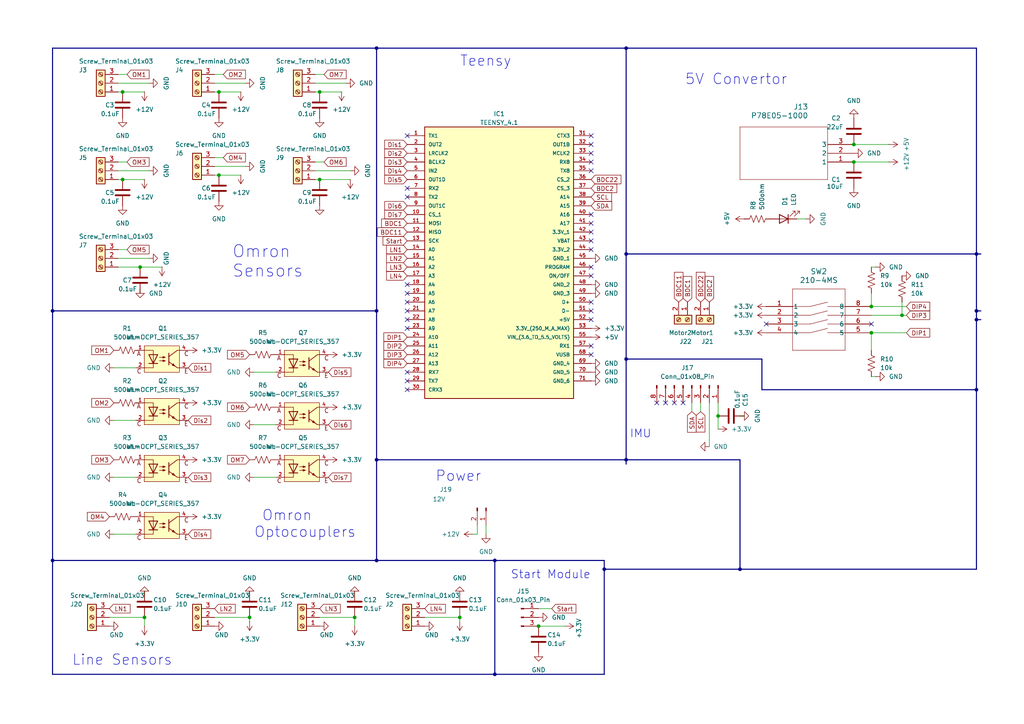
<source format=kicad_sch>
(kicad_sch (version 20231120) (generator "eeschema") (generator_version "8.0")
  (paper "A4")
  (junction (at 40.64 77.47))
  (junction (at 109.22 133.35))
  (junction (at 283.21 113.03))
  (junction (at 181.61 104.14))
  (junction (at 63.5 26.67))
  (junction (at 109.22 162.56))
  (junction (at 252.73 96.52))
  (junction (at 72.39 179.07))
  (junction (at 214.63 165.1))
  (junction (at 92.71 52.07))
  (junction (at 35.56 52.07))
  (junction (at 109.22 90.17))
  (junction (at 283.21 73.66))
  (junction (at 283.21 92.71))
  (junction (at 252.73 88.9))
  (junction (at 143.51 162.56))
  (junction (at 283.21 90.17))
  (junction (at 35.56 26.67))
  (junction (at 181.61 13.97))
  (junction (at 143.51 195.58))
  (junction (at 102.87 179.07))
  (junction (at 156.21 181.61))
  (junction (at 247.65 41.91))
  (junction (at 261.62 91.44))
  (junction (at 15.24 90.17))
  (junction (at 133.35 179.07))
  (junction (at 63.5 50.8))
  (junction (at 175.26 165.1))
  (junction (at 247.65 46.99))
  (junction (at 15.24 162.56))
  (junction (at 92.71 26.67))
  (junction (at 181.61 133.35))
  (junction (at 208.28 120.65))
  (junction (at 41.91 179.07))
  (junction (at 109.22 13.97))
  (junction (at 181.61 73.66))
  (no_connect (at 171.45 39.37))
  (no_connect (at 118.11 54.61))
  (no_connect (at 118.11 110.49))
  (no_connect (at 118.11 95.25))
  (no_connect (at 171.45 102.87))
  (no_connect (at 222.25 93.98))
  (no_connect (at 171.45 92.71))
  (no_connect (at 118.11 82.55))
  (no_connect (at 118.11 107.95))
  (no_connect (at 171.45 46.99))
  (no_connect (at 171.45 62.23))
  (no_connect (at 118.11 87.63))
  (no_connect (at 118.11 113.03))
  (no_connect (at 171.45 64.77))
  (no_connect (at 171.45 77.47))
  (no_connect (at 171.45 67.31))
  (no_connect (at 118.11 90.17))
  (no_connect (at 171.45 69.85))
  (no_connect (at 195.58 116.84))
  (no_connect (at 171.45 49.53))
  (no_connect (at 171.45 41.91))
  (no_connect (at 118.11 85.09))
  (no_connect (at 198.12 116.84))
  (no_connect (at 118.11 57.15))
  (no_connect (at 171.45 100.33))
  (no_connect (at 193.04 116.84))
  (no_connect (at 171.45 87.63))
  (no_connect (at 190.5 116.84))
  (no_connect (at 171.45 44.45))
  (no_connect (at 171.45 72.39))
  (no_connect (at 171.45 80.01))
  (no_connect (at 118.11 39.37))
  (no_connect (at 252.73 93.98))
  (no_connect (at 171.45 90.17))
  (no_connect (at 118.11 92.71))
  (bus (pts (xy 181.61 73.66) (xy 181.61 104.14)))
  (wire (pts (xy 40.64 101.6) (xy 39.37 101.6)))
  (bus (pts (xy 175.26 195.58) (xy 143.51 195.58)))
  (wire (pts (xy 41.91 172.72) (xy 41.91 171.45)))
  (bus (pts (xy 220.98 113.03) (xy 283.21 113.03)))
  (wire (pts (xy 41.91 26.67) (xy 35.56 26.67)))
  (bus (pts (xy 15.24 162.56) (xy 15.24 195.58)))
  (wire (pts (xy 43.18 74.93) (xy 34.29 74.93)))
  (wire (pts (xy 36.83 72.39) (xy 34.29 72.39)))
  (bus (pts (xy 109.22 13.97) (xy 181.61 13.97)))
  (wire (pts (xy 133.35 180.34) (xy 133.35 179.07)))
  (bus (pts (xy 283.21 92.71) (xy 283.21 113.03)))
  (wire (pts (xy 92.71 26.67) (xy 91.44 26.67)))
  (bus (pts (xy 109.22 90.17) (xy 109.22 133.35)))
  (bus (pts (xy 109.22 162.56) (xy 109.22 133.35)))
  (wire (pts (xy 39.37 121.92) (xy 33.02 121.92)))
  (bus (pts (xy 175.26 165.1) (xy 175.26 162.56)))
  (bus (pts (xy 181.61 13.97) (xy 283.21 13.97)))
  (wire (pts (xy 254 109.22) (xy 252.73 109.22)))
  (wire (pts (xy 208.28 116.84) (xy 208.28 120.65)))
  (wire (pts (xy 160.02 176.53) (xy 156.21 176.53)))
  (wire (pts (xy 252.73 96.52) (xy 262.89 96.52)))
  (wire (pts (xy 40.64 83.82) (xy 40.64 85.09)))
  (wire (pts (xy 257.81 46.99) (xy 247.65 46.99)))
  (wire (pts (xy 93.98 46.99) (xy 91.44 46.99)))
  (wire (pts (xy 138.43 152.4) (xy 138.43 154.94)))
  (wire (pts (xy 254 77.47) (xy 252.73 77.47)))
  (wire (pts (xy 43.18 49.53) (xy 34.29 49.53)))
  (wire (pts (xy 102.87 181.61) (xy 102.87 179.07)))
  (wire (pts (xy 252.73 91.44) (xy 261.62 91.44)))
  (wire (pts (xy 71.12 48.26) (xy 62.23 48.26)))
  (wire (pts (xy 133.35 179.07) (xy 123.19 179.07)))
  (bus (pts (xy 15.24 13.97) (xy 15.24 90.17)))
  (wire (pts (xy 233.68 63.5) (xy 231.14 63.5)))
  (wire (pts (xy 205.74 129.54) (xy 205.74 116.84)))
  (wire (pts (xy 41.91 52.07) (xy 35.56 52.07)))
  (bus (pts (xy 283.21 113.03) (xy 283.21 165.1)))
  (wire (pts (xy 261.62 87.63) (xy 261.62 91.44)))
  (bus (pts (xy 284.48 73.66) (xy 283.21 73.66)))
  (wire (pts (xy 40.64 77.47) (xy 46.99 77.47)))
  (wire (pts (xy 140.97 152.4) (xy 140.97 154.94)))
  (bus (pts (xy 15.24 90.17) (xy 109.22 90.17)))
  (bus (pts (xy 283.21 90.17) (xy 284.48 90.17)))
  (bus (pts (xy 109.22 13.97) (xy 109.22 90.17)))
  (wire (pts (xy 91.44 49.53) (xy 101.6 49.53)))
  (bus (pts (xy 15.24 195.58) (xy 143.51 195.58)))
  (bus (pts (xy 109.22 133.35) (xy 181.61 133.35)))
  (wire (pts (xy 39.37 154.94) (xy 33.02 154.94)))
  (bus (pts (xy 15.24 90.17) (xy 15.24 162.56)))
  (wire (pts (xy 203.2 119.38) (xy 203.2 116.84)))
  (wire (pts (xy 102.87 179.07) (xy 92.71 179.07)))
  (bus (pts (xy 181.61 133.35) (xy 181.61 134.62)))
  (wire (pts (xy 80.01 107.95) (xy 73.66 107.95)))
  (wire (pts (xy 43.18 24.13) (xy 34.29 24.13)))
  (wire (pts (xy 101.6 52.07) (xy 92.71 52.07)))
  (wire (pts (xy 99.06 26.67) (xy 92.71 26.67)))
  (wire (pts (xy 262.89 88.9) (xy 252.73 88.9)))
  (wire (pts (xy 36.83 46.99) (xy 34.29 46.99)))
  (bus (pts (xy 181.61 13.97) (xy 181.61 73.66)))
  (wire (pts (xy 35.56 26.67) (xy 34.29 26.67)))
  (wire (pts (xy 100.33 24.13) (xy 91.44 24.13)))
  (wire (pts (xy 40.64 133.35) (xy 39.37 133.35)))
  (wire (pts (xy 138.43 154.94) (xy 137.16 154.94)))
  (wire (pts (xy 252.73 85.09) (xy 252.73 88.9)))
  (bus (pts (xy 214.63 133.35) (xy 214.63 165.1)))
  (bus (pts (xy 109.22 162.56) (xy 143.51 162.56)))
  (wire (pts (xy 64.77 45.72) (xy 62.23 45.72)))
  (wire (pts (xy 200.66 119.38) (xy 200.66 116.84)))
  (wire (pts (xy 39.37 106.68) (xy 33.02 106.68)))
  (wire (pts (xy 41.91 181.61) (xy 41.91 179.07)))
  (wire (pts (xy 39.37 138.43) (xy 33.02 138.43)))
  (wire (pts (xy 72.39 172.72) (xy 72.39 171.45)))
  (bus (pts (xy 181.61 104.14) (xy 181.61 133.35)))
  (wire (pts (xy 63.5 50.8) (xy 62.23 50.8)))
  (wire (pts (xy 71.12 24.13) (xy 62.23 24.13)))
  (bus (pts (xy 15.24 13.97) (xy 109.22 13.97)))
  (bus (pts (xy 284.48 92.71) (xy 283.21 92.71)))
  (wire (pts (xy 214.63 120.65) (xy 215.9 120.65)))
  (wire (pts (xy 80.01 138.43) (xy 73.66 138.43)))
  (wire (pts (xy 262.89 91.44) (xy 261.62 91.44)))
  (bus (pts (xy 181.61 133.35) (xy 214.63 133.35)))
  (bus (pts (xy 15.24 162.56) (xy 109.22 162.56)))
  (wire (pts (xy 69.85 26.67) (xy 63.5 26.67)))
  (bus (pts (xy 143.51 162.56) (xy 175.26 162.56)))
  (wire (pts (xy 208.28 124.46) (xy 208.28 120.65)))
  (wire (pts (xy 34.29 77.47) (xy 40.64 77.47)))
  (bus (pts (xy 283.21 13.97) (xy 283.21 73.66)))
  (wire (pts (xy 133.35 172.72) (xy 133.35 171.45)))
  (bus (pts (xy 283.21 73.66) (xy 283.21 90.17)))
  (bus (pts (xy 143.51 195.58) (xy 143.51 162.56)))
  (bus (pts (xy 283.21 90.17) (xy 283.21 92.71)))
  (bus (pts (xy 175.26 165.1) (xy 175.26 195.58)))
  (wire (pts (xy 93.98 21.59) (xy 91.44 21.59)))
  (bus (pts (xy 220.98 104.14) (xy 220.98 113.03)))
  (wire (pts (xy 36.83 21.59) (xy 34.29 21.59)))
  (wire (pts (xy 80.01 123.19) (xy 73.66 123.19)))
  (bus (pts (xy 181.61 73.66) (xy 283.21 73.66)))
  (wire (pts (xy 72.39 179.07) (xy 62.23 179.07)))
  (wire (pts (xy 72.39 180.34) (xy 72.39 179.07)))
  (bus (pts (xy 175.26 165.1) (xy 214.63 165.1)))
  (wire (pts (xy 69.85 50.8) (xy 63.5 50.8)))
  (wire (pts (xy 63.5 26.67) (xy 62.23 26.67)))
  (wire (pts (xy 163.83 181.61) (xy 156.21 181.61)))
  (wire (pts (xy 92.71 52.07) (xy 91.44 52.07)))
  (wire (pts (xy 41.91 179.07) (xy 31.75 179.07)))
  (bus (pts (xy 181.61 104.14) (xy 220.98 104.14)))
  (wire (pts (xy 35.56 52.07) (xy 34.29 52.07)))
  (wire (pts (xy 40.64 116.84) (xy 39.37 116.84)))
  (wire (pts (xy 64.77 21.59) (xy 62.23 21.59)))
  (bus (pts (xy 214.63 165.1) (xy 283.21 165.1)))
  (wire (pts (xy 102.87 172.72) (xy 102.87 171.45)))
  (wire (pts (xy 252.73 101.6) (xy 252.73 96.52)))
  (wire (pts (xy 257.81 41.91) (xy 247.65 41.91)))
  (text "5V Convertor \n" (at 198.628 24.892 0) (effects (font (size 3.048 3.048)) (justify left bottom)))
  (text "Teensy\n" (at 133.35 19.558 0) (effects (font (size 3 3)) (justify left bottom)))
  (text "IMU\n" (at 182.626 127.254 0) (effects (font (size 2.3 2.3)) (justify left bottom)))
  (text "Omron \nSensors" (at 67.31 80.772 0) (effects (font (size 3.5 3.5)) (justify left bottom)))
  (text "Line Sensors " (at 20.828 193.294 0) (effects (font (size 3 3)) (justify left bottom)))
  (text " Omron \nOptocouplers" (at 73.66 156.21 0) (effects (font (size 3 3)) (justify left bottom)))
  (text "Start Module" (at 148.082 168.148 0) (effects (font (size 2.4 2.4)) (justify left bottom)))
  (text "Power\n" (at 126.238 139.954 0) (effects (font (size 3 3)) (justify left bottom)))
  (global_label "DIP4" (shape input) (at 118.11 105.41 180) (property "Intersheetrefs" "${INTERSHEET_REFS}" (effects (hide yes))))
  (global_label "LN3" (shape input) (at 118.11 77.47 180) (property "Intersheetrefs" "${INTERSHEET_REFS}" (effects (hide yes))))
  (global_label "BDC11" (shape input) (at 118.11 67.31 180) (property "Intersheetrefs" "${INTERSHEET_REFS}" (effects (hide yes))))
  (global_label "OM2" (shape input) (at 64.77 21.59 0) (property "Intersheetrefs" "${INTERSHEET_REFS}" (effects (hide yes))))
  (global_label "LN1" (shape input) (at 31.75 176.53 0) (property "Intersheetrefs" "${INTERSHEET_REFS}" (effects (hide yes))))
  (global_label "LN4" (shape input) (at 123.19 176.53 0) (property "Intersheetrefs" "${INTERSHEET_REFS}" (effects (hide yes))))
  (global_label "OM6" (shape input) (at 93.98 46.99 0) (property "Intersheetrefs" "${INTERSHEET_REFS}" (effects (hide yes))))
  (global_label "Start" (shape input) (at 160.02 176.53 0) (property "Intersheetrefs" "${INTERSHEET_REFS}" (effects (hide yes))))
  (global_label "DIP1" (shape input) (at 118.11 97.79 180) (property "Intersheetrefs" "${INTERSHEET_REFS}" (effects (hide yes))))
  (global_label "Dis7" (shape input) (at 118.11 62.23 180) (property "Intersheetrefs" "${INTERSHEET_REFS}" (effects (hide yes))))
  (global_label "Dis5" (shape input) (at 118.11 52.07 180) (property "Intersheetrefs" "${INTERSHEET_REFS}" (effects (hide yes))))
  (global_label "BDC1" (shape input) (at 199.39 87.63 90) (property "Intersheetrefs" "${INTERSHEET_REFS}" (effects (hide yes))))
  (global_label "Dis4" (shape input) (at 54.61 154.94 0) (property "Intersheetrefs" "${INTERSHEET_REFS}" (effects (hide yes))))
  (global_label "LN3" (shape input) (at 92.71 176.53 0) (property "Intersheetrefs" "${INTERSHEET_REFS}" (effects (hide yes))))
  (global_label "DIP3" (shape input) (at 118.11 102.87 180) (property "Intersheetrefs" "${INTERSHEET_REFS}" (effects (hide yes))))
  (global_label "LN1" (shape input) (at 118.11 72.39 180) (property "Intersheetrefs" "${INTERSHEET_REFS}" (effects (hide yes))))
  (global_label "BDC22" (shape input) (at 171.45 52.07 0) (property "Intersheetrefs" "${INTERSHEET_REFS}" (effects (hide yes))))
  (global_label "SCL" (shape input) (at 171.45 57.15 0) (property "Intersheetrefs" "${INTERSHEET_REFS}" (effects (hide yes))))
  (global_label "OM6" (shape input) (at 72.39 118.11 180) (property "Intersheetrefs" "${INTERSHEET_REFS}" (effects (hide yes))))
  (global_label "OM1" (shape input) (at 33.02 101.6 180) (property "Intersheetrefs" "${INTERSHEET_REFS}" (effects (hide yes))))
  (global_label "BDC22" (shape input) (at 203.2 87.63 90) (property "Intersheetrefs" "${INTERSHEET_REFS}" (effects (hide yes))))
  (global_label "Dis3" (shape input) (at 54.61 138.43 0) (property "Intersheetrefs" "${INTERSHEET_REFS}" (effects (hide yes))))
  (global_label "OM2" (shape input) (at 33.02 116.84 180) (property "Intersheetrefs" "${INTERSHEET_REFS}" (effects (hide yes))))
  (global_label "DIP2" (shape input) (at 118.11 100.33 180) (property "Intersheetrefs" "${INTERSHEET_REFS}" (effects (hide yes))))
  (global_label "BDC1" (shape input) (at 118.11 64.77 180) (property "Intersheetrefs" "${INTERSHEET_REFS}" (effects (hide yes))))
  (global_label "Dis7" (shape input) (at 95.25 138.43 0) (property "Intersheetrefs" "${INTERSHEET_REFS}" (effects (hide yes))))
  (global_label "OM7" (shape input) (at 93.98 21.59 0) (property "Intersheetrefs" "${INTERSHEET_REFS}" (effects (hide yes))))
  (global_label "DIP3" (shape input) (at 262.89 91.44 0) (property "Intersheetrefs" "${INTERSHEET_REFS}" (effects (hide yes))))
  (global_label "OM1" (shape input) (at 36.83 21.59 0) (property "Intersheetrefs" "${INTERSHEET_REFS}" (effects (hide yes))))
  (global_label "LN2" (shape input) (at 118.11 74.93 180) (property "Intersheetrefs" "${INTERSHEET_REFS}" (effects (hide yes))))
  (global_label "Dis1" (shape input) (at 118.11 41.91 180) (property "Intersheetrefs" "${INTERSHEET_REFS}" (effects (hide yes))))
  (global_label "DIP1" (shape input) (at 262.89 96.52 0) (property "Intersheetrefs" "${INTERSHEET_REFS}" (effects (hide yes))))
  (global_label "Dis2" (shape input) (at 118.11 44.45 180) (property "Intersheetrefs" "${INTERSHEET_REFS}" (effects (hide yes))))
  (global_label "BDC11" (shape input) (at 196.85 87.63 90) (property "Intersheetrefs" "${INTERSHEET_REFS}" (effects (hide yes))))
  (global_label "BDC2" (shape input) (at 171.45 54.61 0) (property "Intersheetrefs" "${INTERSHEET_REFS}" (effects (hide yes))))
  (global_label "LN4" (shape input) (at 118.11 80.01 180) (property "Intersheetrefs" "${INTERSHEET_REFS}" (effects (hide yes))))
  (global_label "Start" (shape input) (at 118.11 69.85 180) (property "Intersheetrefs" "${INTERSHEET_REFS}" (effects (hide yes))))
  (global_label "OM5" (shape input) (at 36.83 72.39 0) (property "Intersheetrefs" "${INTERSHEET_REFS}" (effects (hide yes))))
  (global_label "Dis6" (shape input) (at 95.25 123.19 0) (property "Intersheetrefs" "${INTERSHEET_REFS}" (effects (hide yes))))
  (global_label "SCL" (shape input) (at 203.2 119.38 270) (property "Intersheetrefs" "${INTERSHEET_REFS}" (effects (hide yes))))
  (global_label "SDA" (shape input) (at 171.45 59.69 0) (property "Intersheetrefs" "${INTERSHEET_REFS}" (effects (hide yes))))
  (global_label "OM3" (shape input) (at 36.83 46.99 0) (property "Intersheetrefs" "${INTERSHEET_REFS}" (effects (hide yes))))
  (global_label "BDC2" (shape input) (at 205.74 87.63 90) (property "Intersheetrefs" "${INTERSHEET_REFS}" (effects (hide yes))))
  (global_label "Dis3" (shape input) (at 118.11 46.99 180) (property "Intersheetrefs" "${INTERSHEET_REFS}" (effects (hide yes))))
  (global_label "OM4" (shape input) (at 31.75 149.86 180) (property "Intersheetrefs" "${INTERSHEET_REFS}" (effects (hide yes))))
  (global_label "Dis4" (shape input) (at 118.11 49.53 180) (property "Intersheetrefs" "${INTERSHEET_REFS}" (effects (hide yes))))
  (global_label "Dis6" (shape input) (at 118.11 59.69 180) (property "Intersheetrefs" "${INTERSHEET_REFS}" (effects (hide yes))))
  (global_label "SDA" (shape input) (at 200.66 119.38 270) (property "Intersheetrefs" "${INTERSHEET_REFS}" (effects (hide yes))))
  (global_label "OM4" (shape input) (at 64.77 45.72 0) (property "Intersheetrefs" "${INTERSHEET_REFS}" (effects (hide yes))))
  (global_label "LN2" (shape input) (at 62.23 176.53 0) (property "Intersheetrefs" "${INTERSHEET_REFS}" (effects (hide yes))))
  (global_label "Dis2" (shape input) (at 54.61 121.92 0) (property "Intersheetrefs" "${INTERSHEET_REFS}" (effects (hide yes))))
  (global_label "Dis5" (shape input) (at 95.25 107.95 0) (property "Intersheetrefs" "${INTERSHEET_REFS}" (effects (hide yes))))
  (global_label "OM7" (shape input) (at 72.39 133.35 180) (property "Intersheetrefs" "${INTERSHEET_REFS}" (effects (hide yes))))
  (global_label "OM5" (shape input) (at 72.39 102.87 180) (property "Intersheetrefs" "${INTERSHEET_REFS}" (effects (hide yes))))
  (global_label "DIP4" (shape input) (at 262.89 88.9 0) (property "Intersheetrefs" "${INTERSHEET_REFS}" (effects (hide yes))))
  (global_label "Dis1" (shape input) (at 54.61 106.68 0) (property "Intersheetrefs" "${INTERSHEET_REFS}" (effects (hide yes))))
  (global_label "OM3" (shape input) (at 33.02 133.35 180) (property "Intersheetrefs" "${INTERSHEET_REFS}" (effects (hide yes))))
  (symbol (lib_id "convertor:P78E05-1000") (at 247.65 46.99 180) (unit 1)
    (property "Reference" "J13" (at 234.442 30.988 0) (effects (font (size 1.524 1.524)) (justify left)))
    (property "Value" "P78E05-1000" (at 234.442 33.528 0) (effects (font (size 1.524 1.524)) (justify left)))
    (property "Footprint" "askibidi:5vregulator" (effects (hide yes)))
    (property "Datasheet" "P78E05-1000" (effects (hide yes)))
  )
  (symbol (lib_name "GND_4") (lib_id "power:GND") (at 254 109.22 90) (unit 1)
    (property "Reference" "#PWR085" (effects (hide yes)))
    (property "Value" "GND" (at 257.81 109.2199 90) (effects (justify right)))
    (property "Description" "Power symbol creates a global label with name \"GND\" , ground" (effects (hide yes)))
  )
  (symbol (lib_name "GND_5") (lib_id "power:GND") (at 261.62 80.01 90) (unit 1)
    (property "Reference" "#PWR086" (effects (hide yes)))
    (property "Value" "GND" (at 265.43 80.0099 90) (effects (justify right)))
    (property "Description" "Power symbol creates a global label with name \"GND\" , ground" (effects (hide yes)))
  )
  (symbol (lib_id "power:+12V") (at 257.81 46.99 270) (unit 1)
    (property "Reference" "#PWR077" (effects (hide yes)))
    (property "Value" "+12V" (at 262.89 46.99 0))
    (property "Description" "Power symbol creates a global label with name \"+12V\"" (effects (hide yes)))
  )
  (symbol (lib_id "power:+3.3V") (at 54.61 149.86 270) (unit 1)
    (property "Reference" "#PWR044" (effects (hide yes)))
    (property "Value" "+3.3V" (at 58.42 149.86 90) (effects (justify left)))
  )
  (symbol (lib_id "power:GND") (at 41.91 172.72 180) (unit 1)
    (property "Reference" "#PWR050" (effects (hide yes)))
    (property "Value" "GND" (at 41.91 167.64 0))
  )
  (symbol (lib_id "Device:C") (at 92.71 30.48 0) (unit 1)
    (property "Reference" "C8" (at 87.63 30.48 0) (effects (justify left)))
    (property "Value" "0.1uF" (at 86.36 33.02 0) (effects (justify left)))
    (property "Footprint" "Capacitor_SMD:C_0805_2012Metric" (effects (hide yes)))
  )
  (symbol (lib_id "Connector:Screw_Terminal_01x02") (at 205.74 92.71 270) (unit 1)
    (property "Reference" "J21" (at 207.01 99.06 90) (effects (justify right)))
    (property "Value" "Motor1" (at 207.01 96.52 90) (effects (justify right)))
    (property "Footprint" "askibidi:Screwterminal2" (effects (hide yes)))
  )
  (symbol (lib_id "Device:R_US") (at 36.83 101.6 90) (unit 1)
    (property "Reference" "R1" (at 36.83 95.25 90))
    (property "Value" "500ohm" (at 36.83 97.79 90))
    (property "Footprint" "Capacitor_SMD:C_1206_3216Metric" (effects (hide yes)))
  )
  (symbol (lib_id "Device:C") (at 72.39 175.26 0) (unit 1)
    (property "Reference" "C11" (at 74.93 173.99 0) (effects (justify left)))
    (property "Value" "0.1uF" (at 74.93 176.53 0) (effects (justify left)))
    (property "Footprint" "Capacitor_SMD:C_0805_2012Metric" (effects (hide yes)))
  )
  (symbol (lib_id "Device:C") (at 35.56 55.88 0) (unit 1)
    (property "Reference" "C5" (at 30.48 55.88 0) (effects (justify left)))
    (property "Value" "0.1uF" (at 29.21 58.42 0) (effects (justify left)))
    (property "Footprint" "Capacitor_SMD:C_0805_2012Metric" (effects (hide yes)))
  )
  (symbol (lib_id "power:+12V") (at 46.99 77.47 180) (unit 1)
    (property "Reference" "#PWR032" (effects (hide yes)))
    (property "Value" "+12V" (at 46.99 82.55 0))
    (property "Description" "Power symbol creates a global label with name \"+12V\"" (effects (hide yes)))
  )
  (symbol (lib_name "+3.3V_4") (lib_id "power:+3.3V") (at 102.87 181.61 180) (unit 1)
    (property "Reference" "#PWR045" (effects (hide yes)))
    (property "Value" "+3.3V" (at 102.87 186.69 0))
    (property "Description" "Power symbol creates a global label with name \"+3.3V\"" (effects (hide yes)))
  )
  (symbol (lib_id "power:GND") (at 63.5 58.42 0) (unit 1)
    (property "Reference" "#PWR019" (effects (hide yes)))
    (property "Value" "GND" (at 63.5 63.5 0))
  )
  (symbol (lib_id "Connector:Screw_Terminal_01x03") (at 57.15 48.26 180) (unit 1)
    (property "Reference" "J6" (at 50.8 44.45 0) (effects (justify right)))
    (property "Value" "Screw_Terminal_01x03" (at 50.8 41.91 0) (effects (justify right)))
    (property "Footprint" "askibidi:Screwterimanl3" (effects (hide yes)))
  )
  (symbol (lib_id "Optocouipler1]:WL-OCPT_SERIES_357") (at 46.99 152.4 0) (unit 1)
    (property "Reference" "Q4" (at 47.2282 143.51 0))
    (property "Value" "WL-OCPT_SERIES_357" (at 47.2282 146.05 0))
    (property "Footprint" "askibidi:optopt" (effects (hide yes)))
  )
  (symbol (lib_name "GND_4") (lib_id "power:GND") (at 254 77.47 90) (unit 1)
    (property "Reference" "#PWR084" (effects (hide yes)))
    (property "Value" "GND" (at 257.81 77.4699 90) (effects (justify right)))
    (property "Description" "Power symbol creates a global label with name \"GND\" , ground" (effects (hide yes)))
  )
  (symbol (lib_id "power:+12V") (at 137.16 154.94 90) (unit 1)
    (property "Reference" "#PWR01" (effects (hide yes)))
    (property "Value" "+12V" (at 133.35 154.9399 90) (effects (justify left)))
    (property "Description" "Power symbol creates a global label with name \"+12V\"" (effects (hide yes)))
  )
  (symbol (lib_id "Optocouipler1]:WL-OCPT_SERIES_357") (at 87.63 120.65 0) (unit 1)
    (property "Reference" "Q6" (at 87.8682 111.76 0))
    (property "Value" "WL-OCPT_SERIES_357" (at 87.8682 114.3 0))
    (property "Footprint" "askibidi:optopt" (effects (hide yes)))
  )
  (symbol (lib_id "power:GND") (at 92.71 59.69 0) (unit 1)
    (property "Reference" "#PWR028" (effects (hide yes)))
    (property "Value" "GND" (effects (hide yes)))
  )
  (symbol (lib_id "Connector:Conn_01x03_Pin") (at 151.13 179.07 0) (unit 1)
    (property "Reference" "J15" (at 151.765 171.45 0))
    (property "Value" "Conn_01x03_Pin" (at 151.765 173.99 0))
    (property "Footprint" "Connector_PinHeader_2.54mm:PinHeader_1x03_P2.54mm_Vertical" (effects (hide yes)))
  )
  (symbol (lib_id "power:+12V") (at 69.85 50.8 180) (unit 1)
    (property "Reference" "#PWR017" (effects (hide yes)))
    (property "Value" "+12V" (at 69.85 55.88 0))
    (property "Description" "Power symbol creates a global label with name \"+12V\"" (effects (hide yes)))
  )
  (symbol (lib_id "power:GND") (at 205.74 129.54 270) (unit 1)
    (property "Reference" "#PWR071" (effects (hide yes)))
    (property "Value" "GND" (at 207.01 129.5399 90) (effects (justify left)))
  )
  (symbol (lib_id "power:GND") (at 35.56 34.29 0) (unit 1)
    (property "Reference" "#PWR012" (effects (hide yes)))
    (property "Value" "GND" (at 35.56 39.37 0))
  )
  (symbol (lib_id "power:GND") (at 43.18 24.13 90) (unit 1)
    (property "Reference" "#PWR011" (effects (hide yes)))
    (property "Value" "GND" (at 48.26 24.13 0))
  )
  (symbol (lib_id "Connector:Screw_Terminal_01x02") (at 199.39 92.71 270) (unit 1)
    (property "Reference" "J22" (at 200.66 99.06 90) (effects (justify right)))
    (property "Value" "Motor2" (at 200.66 96.52 90) (effects (justify right)))
    (property "Footprint" "askibidi:Screwterminal2" (effects (hide yes)))
  )
  (symbol (lib_id "Device:C") (at 133.35 175.26 0) (unit 1)
    (property "Reference" "C13" (at 135.89 173.99 0) (effects (justify left)))
    (property "Value" "0.1uF" (at 135.89 176.53 0) (effects (justify left)))
    (property "Footprint" "Capacitor_SMD:C_0805_2012Metric" (effects (hide yes)))
  )
  (symbol (lib_id "power:GND") (at 102.87 172.72 180) (unit 1)
    (property "Reference" "#PWR055" (effects (hide yes)))
    (property "Value" "GND" (at 102.87 167.64 0))
  )
  (symbol (lib_id "power:GND") (at 33.02 154.94 270) (unit 1)
    (property "Reference" "#PWR043" (effects (hide yes)))
    (property "Value" "GND" (at 29.21 154.94 90) (effects (justify right)))
  )
  (symbol (lib_id "power:+12V") (at 41.91 26.67 180) (unit 1)
    (property "Reference" "#PWR09" (effects (hide yes)))
    (property "Value" "+12V" (at 41.91 31.75 0))
    (property "Description" "Power symbol creates a global label with name \"+12V\"" (effects (hide yes)))
  )
  (symbol (lib_id "power:GND") (at 35.56 59.69 0) (unit 1)
    (property "Reference" "#PWR016" (effects (hide yes)))
    (property "Value" "GND" (at 35.56 64.77 0))
  )
  (symbol (lib_id "power:+3.3V") (at 95.25 118.11 270) (unit 1)
    (property "Reference" "#PWR038" (effects (hide yes)))
    (property "Value" "+3.3V" (at 99.06 118.11 90) (effects (justify left)))
  )
  (symbol (lib_id "power:GND") (at 63.5 34.29 0) (unit 1)
    (property "Reference" "#PWR013" (effects (hide yes)))
    (property "Value" "GND" (at 63.5 39.37 0))
  )
  (symbol (lib_id "power:+5V") (at 215.9 63.5 90) (unit 1)
    (property "Reference" "#PWR06" (effects (hide yes)))
    (property "Value" "+5V" (at 210.82 63.5 0))
    (property "Description" "Power symbol creates a global label with name \"+5V\"" (effects (hide yes)))
  )
  (symbol (lib_id "power:GND") (at 73.66 107.95 270) (unit 1)
    (property "Reference" "#PWR035" (effects (hide yes)))
    (property "Value" "GND" (at 69.85 107.95 90) (effects (justify right)))
  )
  (symbol (lib_id "Device:R_US") (at 36.83 133.35 90) (unit 1)
    (property "Reference" "R3" (at 36.83 127 90))
    (property "Value" "500ohm" (at 36.83 129.54 90))
    (property "Footprint" "Capacitor_SMD:C_1206_3216Metric" (effects (hide yes)))
  )
  (symbol (lib_name "GND_3") (lib_id "power:GND") (at 247.65 44.45 90) (unit 1)
    (property "Reference" "#PWR075" (effects (hide yes)))
    (property "Value" "GND" (at 251.46 44.4501 90) (effects (justify right)))
    (property "Description" "Power symbol creates a global label with name \"GND\" , ground" (effects (hide yes)))
  )
  (symbol (lib_id "Device:C") (at 63.5 30.48 0) (unit 1)
    (property "Reference" "C4" (at 58.42 30.48 0) (effects (justify left)))
    (property "Value" "0.1uF" (at 57.15 33.02 0) (effects (justify left)))
    (property "Footprint" "Capacitor_SMD:C_0805_2012Metric" (effects (hide yes)))
  )
  (symbol (lib_id "power:+5V") (at 171.45 97.79 270) (unit 1)
    (property "Reference" "#PWR090" (effects (hide yes)))
    (property "Value" "+5V" (at 175.26 97.7899 90) (effects (justify left)))
    (property "Description" "Power symbol creates a global label with name \"+5V\"" (effects (hide yes)))
  )
  (symbol (lib_name "+3.3V_2") (lib_id "power:+3.3V") (at 222.25 96.52 90) (unit 1)
    (property "Reference" "#PWR083" (effects (hide yes)))
    (property "Value" "+3.3V" (at 218.44 96.5199 90) (effects (justify left)))
    (property "Description" "Power symbol creates a global label with name \"+3.3V\"" (effects (hide yes)))
  )
  (symbol (lib_name "+3.3V_3") (lib_id "power:+3.3V") (at 171.45 95.25 270) (unit 1)
    (property "Reference" "#PWR089" (effects (hide yes)))
    (property "Value" "+3.3V" (at 175.26 95.2499 90) (effects (justify left)))
    (property "Description" "Power symbol creates a global label with name \"+3.3V\"" (effects (hide yes)))
  )
  (symbol (lib_id "power:+12V") (at 69.85 26.67 180) (unit 1)
    (property "Reference" "#PWR020" (effects (hide yes)))
    (property "Value" "+12V" (at 69.85 31.75 0))
    (property "Description" "Power symbol creates a global label with name \"+12V\"" (effects (hide yes)))
  )
  (symbol (lib_id "power:GND") (at 133.35 172.72 180) (unit 1)
    (property "Reference" "#PWR058" (effects (hide yes)))
    (property "Value" "GND" (at 133.35 167.64 0))
  )
  (symbol (lib_name "+3.3V_2") (lib_id "power:+3.3V") (at 222.25 91.44 90) (unit 1)
    (property "Reference" "#PWR079" (effects (hide yes)))
    (property "Value" "+3.3V" (at 218.44 91.4399 90) (effects (justify left)))
    (property "Description" "Power symbol creates a global label with name \"+3.3V\"" (effects (hide yes)))
  )
  (symbol (lib_id "power:GND") (at 33.02 121.92 270) (unit 1)
    (property "Reference" "#PWR033" (effects (hide yes)))
    (property "Value" "GND" (at 29.21 121.92 90) (effects (justify right)))
  )
  (symbol (lib_id "power:+12V") (at 101.6 52.07 180) (unit 1)
    (property "Reference" "#PWR027" (effects (hide yes)))
    (property "Value" "+12V" (at 101.6 57.15 0))
    (property "Description" "Power symbol creates a global label with name \"+12V\"" (effects (hide yes)))
  )
  (symbol (lib_id "power:GND") (at 40.64 83.82 0) (unit 1)
    (property "Reference" "#PWR022" (effects (hide yes)))
    (property "Value" "GND" (at 43.18 85.09 0) (effects (justify left)))
  )
  (symbol (lib_id "Device:C") (at 247.65 38.1 180) (unit 1)
    (property "Reference" "C2" (at 243.84 34.29 0) (effects (justify left)))
    (property "Value" "22uF" (at 244.602 36.83 0) (effects (justify left)))
    (property "Footprint" "askibidi:Ecap" (effects (hide yes)))
    (property "Description" "Unpolarized capacitor" (effects (hide yes)))
  )
  (symbol (lib_id "Connector:Screw_Terminal_01x03") (at 57.15 179.07 180) (unit 1)
    (property "Reference" "J10" (at 50.8 175.26 0) (effects (justify right)))
    (property "Value" "Screw_Terminal_01x03" (at 50.8 172.72 0) (effects (justify right)))
    (property "Footprint" "askibidi:Screwterimanl3" (effects (hide yes)))
  )
  (symbol (lib_id "power:GND") (at 72.39 172.72 180) (unit 1)
    (property "Reference" "#PWR052" (effects (hide yes)))
    (property "Value" "GND" (at 72.39 167.64 0))
  )
  (symbol (lib_id "Connector:Screw_Terminal_01x03") (at 57.15 24.13 180) (unit 1)
    (property "Reference" "J4" (at 50.8 20.32 0) (effects (justify right)))
    (property "Value" "Screw_Terminal_01x03" (at 50.8 17.78 0) (effects (justify right)))
    (property "Footprint" "askibidi:Screwterimanl3" (effects (hide yes)))
  )
  (symbol (lib_id "power:GND") (at 156.21 189.23 0) (unit 1)
    (property "Reference" "#PWR062" (effects (hide yes)))
    (property "Value" "GND" (at 156.21 194.31 0))
  )
  (symbol (lib_id "power:GND") (at 71.12 48.26 90) (unit 1)
    (property "Reference" "#PWR021" (effects (hide yes)))
    (property "Value" "GND" (at 76.2 48.26 0))
  )
  (symbol (lib_name "GND_1") (lib_id "power:GND") (at 233.68 63.5 90) (unit 1)
    (property "Reference" "#PWR068" (effects (hide yes)))
    (property "Value" "GND" (at 238.76 63.5 0))
    (property "Description" "Power symbol creates a global label with name \"GND\" , ground" (effects (hide yes)))
  )
  (symbol (lib_id "power:GND") (at 156.21 179.07 90) (unit 1)
    (property "Reference" "#PWR010" (effects (hide yes)))
    (property "Value" "GND" (at 160.02 179.07 90) (effects (justify right)))
  )
  (symbol (lib_name "GND_3") (lib_id "power:GND") (at 171.45 107.95 90) (unit 1)
    (property "Reference" "#PWR053" (effects (hide yes)))
    (property "Value" "GND" (at 175.26 107.9499 90) (effects (justify right)))
    (property "Description" "Power symbol creates a global label with name \"GND\" , ground" (effects (hide yes)))
  )
  (symbol (lib_name "GND_3") (lib_id "power:GND") (at 171.45 85.09 90) (unit 1)
    (property "Reference" "#PWR04" (effects (hide yes)))
    (property "Value" "GND" (at 175.26 85.0899 90) (effects (justify right)))
    (property "Description" "Power symbol creates a global label with name \"GND\" , ground" (effects (hide yes)))
  )
  (symbol (lib_name "GND_3") (lib_id "power:GND") (at 171.45 110.49 90) (unit 1)
    (property "Reference" "#PWR056" (effects (hide yes)))
    (property "Value" "GND" (at 175.26 110.4899 90) (effects (justify right)))
    (property "Description" "Power symbol creates a global label with name \"GND\" , ground" (effects (hide yes)))
  )
  (symbol (lib_id "power:+3.3V") (at 163.83 181.61 270) (unit 1)
    (property "Reference" "#PWR08" (effects (hide yes)))
    (property "Value" "+3.3V" (at 167.894 179.324 0) (effects (justify left)))
  )
  (symbol (lib_id "power:GND") (at 43.18 74.93 90) (unit 1)
    (property "Reference" "#PWR026" (effects (hide yes)))
    (property "Value" "GND" (at 48.26 74.93 0))
  )
  (symbol (lib_id "Connector:Conn_01x08_Pin") (at 200.66 111.76 270) (unit 1)
    (property "Reference" "J17" (at 199.39 106.68 90))
    (property "Value" "Conn_01x08_Pin" (at 199.39 109.22 90))
    (property "Footprint" "Connector_PinHeader_2.54mm:PinHeader_1x08_P2.54mm_Vertical" (effects (hide yes)))
  )
  (symbol (lib_id "Device:R_US") (at 35.56 149.86 90) (unit 1)
    (property "Reference" "R4" (at 35.56 143.51 90))
    (property "Value" "500ohm" (at 35.56 146.05 90))
    (property "Footprint" "Capacitor_SMD:C_1206_3216Metric" (effects (hide yes)))
  )
  (symbol (lib_name "GND_3") (lib_id "power:GND") (at 171.45 74.93 90) (unit 1)
    (property "Reference" "#PWR02" (effects (hide yes)))
    (property "Value" "GND" (at 175.26 74.9299 90) (effects (justify right)))
    (property "Description" "Power symbol creates a global label with name \"GND\" , ground" (effects (hide yes)))
  )
  (symbol (lib_id "Device:C") (at 63.5 54.61 0) (unit 1)
    (property "Reference" "C6" (at 58.42 54.61 0) (effects (justify left)))
    (property "Value" "0.1uF" (at 57.15 57.15 0) (effects (justify left)))
    (property "Footprint" "Capacitor_SMD:C_0805_2012Metric" (effects (hide yes)))
  )
  (symbol (lib_id "Optocouipler1]:WL-OCPT_SERIES_357") (at 46.99 135.89 0) (unit 1)
    (property "Reference" "Q3" (at 47.2282 127 0))
    (property "Value" "WL-OCPT_SERIES_357" (at 47.2282 129.54 0))
    (property "Footprint" "askibidi:optopt" (effects (hide yes)))
  )
  (symbol (lib_id "Connector:Screw_Terminal_01x03") (at 29.21 74.93 180) (unit 1)
    (property "Reference" "J7" (at 22.86 71.12 0) (effects (justify right)))
    (property "Value" "Screw_Terminal_01x03" (at 22.86 68.58 0) (effects (justify right)))
    (property "Footprint" "askibidi:Screwterimanl3" (effects (hide yes)))
  )
  (symbol (lib_id "Device:C") (at 156.21 185.42 0) (unit 1)
    (property "Reference" "C14" (at 158.75 184.15 0) (effects (justify left)))
    (property "Value" "0.1uF" (at 158.75 186.69 0) (effects (justify left)))
    (property "Footprint" "Capacitor_SMD:C_0805_2012Metric" (effects (hide yes)))
  )
  (symbol (lib_id "power:GND") (at 43.18 49.53 90) (unit 1)
    (property "Reference" "#PWR018" (effects (hide yes)))
    (property "Value" "GND" (at 48.26 49.53 0))
  )
  (symbol (lib_id "dipswitch:210-4MS") (at 222.25 88.9 0) (unit 1)
    (property "Reference" "SW2" (at 237.49 78.74 0) (effects (font (size 1.524 1.524))))
    (property "Value" "210-4MS" (at 237.49 81.28 0) (effects (font (size 1.524 1.524))))
    (property "Footprint" "askibidi:Dipshit" (effects (hide yes)))
    (property "Datasheet" "210-4MS" (effects (hide yes)))
  )
  (symbol (lib_id "Optocouipler1]:WL-OCPT_SERIES_357") (at 46.99 119.38 0) (unit 1)
    (property "Reference" "Q2" (at 47.2282 110.49 0))
    (property "Value" "WL-OCPT_SERIES_357" (at 47.2282 113.03 0))
    (property "Footprint" "askibidi:optopt" (effects (hide yes)))
  )
  (symbol (lib_id "Device:R_US") (at 252.73 81.28 0) (unit 1)
    (property "Reference" "R9" (at 255.27 80.0099 0) (effects (justify left)))
    (property "Value" "10k" (at 255.27 82.5499 0) (effects (justify left)))
    (property "Footprint" "Capacitor_SMD:C_1206_3216Metric" (effects (hide yes)))
    (property "Description" "Resistor, US symbol" (effects (hide yes)))
  )
  (symbol (lib_id "TEENSY_4.1[1]:TEENSY_4.1") (at 118.11 39.37 0) (unit 1)
    (property "Reference" "IC1" (at 144.78 33.02 0))
    (property "Value" "TEENSY_4.1" (at 144.78 35.56 0))
    (property "Footprint" "askibidi:AnotherTeensy" (effects (hide yes)))
    (property "Manufacturer_Name" "PJRC" (effects (hide yes)))
    (property "MF" "PJRC" (effects (hide yes)))
    (property "Description_1" "\n" (effects (hide yes)))
    (property "Price" "None" (effects (hide yes)))
    (property "Package" "None" (effects (hide yes)))
    (property "Check_prices" "https://www.snapeda.com/parts/Teensy%204.1/PJRC/view-part/?ref=eda" (effects (hide yes)))
    (property "Height" "mm" (effects (hide yes)))
    (property "MP" "Teensy 4.1" (effects (hide yes)))
    (property "SnapEDA_Link" "https://www.snapeda.com/parts/Teensy%204.1/PJRC/view-part/?ref=snap" (effects (hide yes)))
    (property "Availability" "Not in stock" (effects (hide yes)))
    (property "Manufacturer_Part_Number" "TEENSY 4.1" (effects (hide yes)))
  )
  (symbol (lib_id "Connector:Conn_01x02_Pin") (at 140.97 147.32 270) (unit 1)
    (property "Reference" "J19" (at 127.508 141.986 90) (effects (justify left)))
    (property "Value" "12V" (at 125.476 144.78 90) (effects (justify left)))
    (property "Footprint" "Connector_AMASS:AMASS_XT30U-F_1x02_P5.0mm_Vertical" (effects (hide yes)))
    (property "Description" "Generic connector, single row, 01x02, script generated" (effects (hide yes)))
  )
  (symbol (lib_id "power:GND") (at 100.33 24.13 90) (unit 1)
    (property "Reference" "#PWR025" (effects (hide yes)))
    (property "Value" "GND" (at 104.14 24.13 90) (effects (justify right)))
  )
  (symbol (lib_name "GND_3") (lib_id "power:GND") (at 247.65 34.29 180) (unit 1)
    (property "Reference" "#PWR05" (effects (hide yes)))
    (property "Value" "GND" (at 247.65 29.21 0))
    (property "Description" "Power symbol creates a global label with name \"GND\" , ground" (effects (hide yes)))
  )
  (symbol (lib_id "power:+12V") (at 99.06 26.67 180) (unit 1)
    (property "Reference" "#PWR024" (effects (hide yes)))
    (property "Value" "+12V" (at 99.06 31.75 0))
    (property "Description" "Power symbol creates a global label with name \"+12V\"" (effects (hide yes)))
  )
  (symbol (lib_name "+3.3V_4") (lib_id "power:+3.3V") (at 41.91 181.61 180) (unit 1)
    (property "Reference" "#PWR048" (effects (hide yes)))
    (property "Value" "+3.3V" (at 41.91 186.69 0))
    (property "Description" "Power symbol creates a global label with name \"+3.3V\"" (effects (hide yes)))
  )
  (symbol (lib_id "power:GND") (at 73.66 123.19 270) (unit 1)
    (property "Reference" "#PWR037" (effects (hide yes)))
    (property "Value" "GND" (at 69.85 123.19 90) (effects (justify right)))
  )
  (symbol (lib_id "Device:C") (at 40.64 81.28 0) (unit 1)
    (property "Reference" "C7" (at 35.56 81.28 0) (effects (justify left)))
    (property "Value" "0.1uF" (at 34.29 83.82 0) (effects (justify left)))
    (property "Footprint" "Capacitor_SMD:C_0805_2012Metric" (effects (hide yes)))
  )
  (symbol (lib_id "Device:C") (at 212.09 120.65 270) (unit 1)
    (property "Reference" "C15" (at 216.154 114.046 0) (effects (justify left)))
    (property "Value" "0.1uF" (at 213.868 113.03 0) (effects (justify left)))
    (property "Footprint" "Capacitor_SMD:C_0805_2012Metric" (effects (hide yes)))
  )
  (symbol (lib_id "Device:LED") (at 227.33 63.5 180) (unit 1)
    (property "Reference" "D1" (at 227.6474 59.69 90) (effects (justify right)))
    (property "Value" "LED" (at 230.1874 59.69 90) (effects (justify right)))
    (property "Footprint" "askibidi:LED" (effects (hide yes)))
    (property "Description" "Light emitting diode" (effects (hide yes)))
  )
  (symbol (lib_id "Device:C") (at 247.65 50.8 180) (unit 1)
    (property "Reference" "C1" (at 243.84 52.0701 0) (effects (justify left)))
    (property "Value" "10uF" (at 244.602 54.102 0) (effects (justify left)))
    (property "Footprint" "askibidi:10uF" (effects (hide yes)))
    (property "Description" "Unpolarized capacitor" (effects (hide yes)))
  )
  (symbol (lib_name "+3.3V_4") (lib_id "power:+3.3V") (at 133.35 180.34 180) (unit 1)
    (property "Reference" "#PWR046" (effects (hide yes)))
    (property "Value" "+3.3V" (at 133.35 185.42 0))
    (property "Description" "Power symbol creates a global label with name \"+3.3V\"" (effects (hide yes)))
  )
  (symbol (lib_id "Connector:Screw_Terminal_01x03") (at 29.21 49.53 180) (unit 1)
    (property "Reference" "J5" (at 22.86 45.72 0) (effects (justify right)))
    (property "Value" "Screw_Terminal_01x03" (at 22.86 43.18 0) (effects (justify right)))
    (property "Footprint" "askibidi:Screwterimanl3" (effects (hide yes)))
  )
  (symbol (lib_id "power:GND") (at 92.71 34.29 0) (unit 1)
    (property "Reference" "#PWR023" (effects (hide yes)))
    (property "Value" "GND" (at 92.71 39.37 0))
  )
  (symbol (lib_id "Connector:Screw_Terminal_01x03") (at 29.21 24.13 180) (unit 1)
    (property "Reference" "J3" (at 22.86 20.32 0) (effects (justify right)))
    (property "Value" "Screw_Terminal_01x03" (at 22.86 17.78 0) (effects (justify right)))
    (property "Footprint" "askibidi:Screwterimanl3" (effects (hide yes)))
  )
  (symbol (lib_id "power:GND") (at 73.66 138.43 270) (unit 1)
    (property "Reference" "#PWR041" (effects (hide yes)))
    (property "Value" "GND" (at 69.85 138.43 90) (effects (justify right)))
  )
  (symbol (lib_id "Connector:Screw_Terminal_01x03") (at 87.63 179.07 180) (unit 1)
    (property "Reference" "J12" (at 81.28 175.26 0) (effects (justify right)))
    (property "Value" "Screw_Terminal_01x03" (at 81.28 172.72 0) (effects (justify right)))
    (property "Footprint" "askibidi:Screwterimanl3" (effects (hide yes)))
  )
  (symbol (lib_id "power:GND") (at 33.02 106.68 270) (unit 1)
    (property "Reference" "#PWR031" (effects (hide yes)))
    (property "Value" "GND" (at 29.21 106.68 90) (effects (justify right)))
  )
  (symbol (lib_id "Optocouipler1]:WL-OCPT_SERIES_357") (at 87.63 135.89 0) (unit 1)
    (property "Reference" "Q5" (at 87.8682 127 0))
    (property "Value" "WL-OCPT_SERIES_357" (at 87.8682 129.54 0))
    (property "Footprint" "askibidi:optopt" (effects (hide yes)))
  )
  (symbol (lib_id "Connector:Screw_Terminal_01x03") (at 86.36 24.13 180) (unit 1)
    (property "Reference" "J8" (at 80.01 20.32 0) (effects (justify right)))
    (property "Value" "Screw_Terminal_01x03" (at 80.01 17.78 0) (effects (justify right)))
    (property "Footprint" "askibidi:Screwterimanl3" (effects (hide yes)))
  )
  (symbol (lib_id "Device:R_US") (at 36.83 116.84 90) (unit 1)
    (property "Reference" "R2" (at 36.83 110.49 90))
    (property "Value" "500ohm" (at 36.83 113.03 90))
    (property "Footprint" "Capacitor_SMD:C_1206_3216Metric" (effects (hide yes)))
  )
  (symbol (lib_id "power:GND") (at 92.71 181.61 90) (unit 1)
    (property "Reference" "#PWR054" (effects (hide yes)))
    (property "Value" "GND" (at 92.71 184.15 90) (effects (justify right)))
  )
  (symbol (lib_id "Device:R_US") (at 76.2 133.35 90) (unit 1)
    (property "Reference" "R7" (at 76.2 127 90))
    (property "Value" "500ohm" (at 76.2 129.54 90))
    (property "Footprint" "Capacitor_SMD:C_1206_3216Metric" (effects (hide yes)))
  )
  (symbol (lib_id "Device:R_US") (at 252.73 105.41 0) (unit 1)
    (property "Reference" "R10" (at 255.27 104.1399 0) (effects (justify left)))
    (property "Value" "10k" (at 255.27 106.6799 0) (effects (justify left)))
    (property "Footprint" "Capacitor_SMD:C_1206_3216Metric" (effects (hide yes)))
    (property "Description" "Resistor, US symbol" (effects (hide yes)))
  )
  (symbol (lib_id "Device:C") (at 102.87 175.26 0) (unit 1)
    (property "Reference" "C12" (at 105.41 173.99 0) (effects (justify left)))
    (property "Value" "0.1uF" (at 105.41 176.53 0) (effects (justify left)))
    (property "Footprint" "Capacitor_SMD:C_0805_2012Metric" (effects (hide yes)))
  )
  (symbol (lib_id "power:+12V") (at 41.91 52.07 180) (unit 1)
    (property "Reference" "#PWR014" (effects (hide yes)))
    (property "Value" "+12V" (at 41.91 57.15 0))
    (property "Description" "Power symbol creates a global label with name \"+12V\"" (effects (hide yes)))
  )
  (symbol (lib_id "Device:C") (at 92.71 55.88 0) (unit 1)
    (property "Reference" "C9" (at 87.63 55.88 0) (effects (justify left)))
    (property "Value" "0.1uF" (at 86.36 58.42 0) (effects (justify left)))
    (property "Footprint" "Capacitor_SMD:C_0805_2012Metric" (effects (hide yes)))
  )
  (symbol (lib_id "Connector:Screw_Terminal_01x03") (at 118.11 179.07 180) (unit 1)
    (property "Reference" "J2" (at 111.76 175.26 0) (effects (justify right)))
    (property "Value" "Screw_Terminal_01x03" (at 111.76 172.72 0) (effects (justify right)))
    (property "Footprint" "askibidi:Screwterimanl3" (effects (hide yes)))
  )
  (symbol (lib_id "power:+3.3V") (at 95.25 102.87 270) (unit 1)
    (property "Reference" "#PWR036" (effects (hide yes)))
    (property "Value" "+3.3V" (at 99.06 102.87 90) (effects (justify left)))
  )
  (symbol (lib_name "+3.3V_2") (lib_id "power:+3.3V") (at 222.25 88.9 90) (unit 1)
    (property "Reference" "#PWR078" (effects (hide yes)))
    (property "Value" "+3.3V" (at 218.44 88.8999 90) (effects (justify left)))
    (property "Description" "Power symbol creates a global label with name \"+3.3V\"" (effects (hide yes)))
  )
  (symbol (lib_id "Device:C") (at 41.91 175.26 0) (unit 1)
    (property "Reference" "C10" (at 44.45 173.99 0) (effects (justify left)))
    (property "Value" "0.1uF" (at 44.45 176.53 0) (effects (justify left)))
    (property "Footprint" "Capacitor_SMD:C_0805_2012Metric" (effects (hide yes)))
  )
  (symbol (lib_id "power:GND") (at 214.63 120.65 90) (unit 1)
    (property "Reference" "#PWR060" (effects (hide yes)))
    (property "Value" "GND" (at 219.71 120.65 0))
  )
  (symbol (lib_id "power:GND") (at 62.23 181.61 90) (unit 1)
    (property "Reference" "#PWR051" (effects (hide yes)))
    (property "Value" "GND" (at 62.23 184.15 90) (effects (justify right)))
  )
  (symbol (lib_name "GND_3") (lib_id "power:GND") (at 247.65 54.61 0) (unit 1)
    (property "Reference" "#PWR074" (effects (hide yes)))
    (property "Value" "GND" (at 247.65 59.69 0))
    (property "Description" "Power symbol creates a global label with name \"GND\" , ground" (effects (hide yes)))
  )
  (symbol (lib_id "Device:R_US") (at 261.62 83.82 180) (unit 1)
    (property "Reference" "R11" (at 264.16 82.5499 0) (effects (justify right)))
    (property "Value" "10k" (at 264.16 85.0899 0) (effects (justify right)))
    (property "Footprint" "Capacitor_SMD:C_1206_3216Metric" (effects (hide yes)))
    (property "Description" "Resistor, US symbol" (effects (hide yes)))
  )
  (symbol (lib_id "power:+3.3V") (at 54.61 133.35 270) (unit 1)
    (property "Reference" "#PWR040" (effects (hide yes)))
    (property "Value" "+3.3V" (at 58.42 133.35 90) (effects (justify left)))
  )
  (symbol (lib_id "power:+3.3V") (at 54.61 101.6 270) (unit 1)
    (property "Reference" "#PWR029" (effects (hide yes)))
    (property "Value" "+3.3V" (at 58.42 101.6 90) (effects (justify left)))
  )
  (symbol (lib_name "+3.3V_4") (lib_id "power:+3.3V") (at 72.39 180.34 180) (unit 1)
    (property "Reference" "#PWR047" (effects (hide yes)))
    (property "Value" "+3.3V" (at 72.39 185.42 0))
    (property "Description" "Power symbol creates a global label with name \"+3.3V\"" (effects (hide yes)))
  )
  (symbol (lib_id "power:+5V") (at 257.81 41.91 270) (unit 1)
    (property "Reference" "#PWR076" (effects (hide yes)))
    (property "Value" "+5V" (at 262.89 41.91 0))
    (property "Description" "Power symbol creates a global label with name \"+5V\"" (effects (hide yes)))
  )
  (symbol (lib_id "Device:R_US") (at 219.71 63.5 270) (unit 1)
    (property "Reference" "R8" (at 218.4399 60.96 0) (effects (justify right)))
    (property "Value" "500ohm" (at 220.9799 60.96 0) (effects (justify right)))
    (property "Footprint" "Capacitor_SMD:C_1206_3216Metric" (effects (hide yes)))
  )
  (symbol (lib_id "power:GND") (at 123.19 181.61 90) (unit 1)
    (property "Reference" "#PWR057" (effects (hide yes)))
    (property "Value" "GND" (at 123.19 184.15 90) (effects (justify right)))
  )
  (symbol (lib_id "power:GND") (at 140.97 154.94 0) (unit 1)
    (property "Reference" "#PWR064" (effects (hide yes)))
    (property "Value" "GND" (at 140.97 160.02 0))
  )
  (symbol (lib_id "Connector:Screw_Terminal_01x03") (at 86.36 49.53 180) (unit 1)
    (property "Reference" "J9" (at 80.01 45.72 0) (effects (justify right)))
    (property "Value" "Screw_Terminal_01x03" (at 80.01 43.18 0) (effects (justify right)))
    (property "Footprint" "askibidi:Screwterimanl3" (effects (hide yes)))
  )
  (symbol (lib_name "GND_3") (lib_id "power:GND") (at 171.45 82.55 90) (unit 1)
    (property "Reference" "#PWR03" (effects (hide yes)))
    (property "Value" "GND" (at 175.26 82.5499 90) (effects (justify right)))
    (property "Description" "Power symbol creates a global label with name \"GND\" , ground" (effects (hide yes)))
  )
  (symbol (lib_id "Connector:Screw_Terminal_01x03") (at 26.67 179.07 180) (unit 1)
    (property "Reference" "J20" (at 20.32 175.26 0) (effects (justify right)))
    (property "Value" "Screw_Terminal_01x03" (at 20.32 172.72 0) (effects (justify right)))
    (property "Footprint" "askibidi:Screwterimanl3" (effects (hide yes)))
  )
  (symbol (lib_id "power:+3.3V") (at 95.25 133.35 270) (unit 1)
    (property "Reference" "#PWR042" (effects (hide yes)))
    (property "Value" "+3.3V" (at 99.06 133.35 90) (effects (justify left)))
  )
  (symbol (lib_id "power:GND") (at 101.6 49.53 90) (unit 1)
    (property "Reference" "#PWR030" (effects (hide yes)))
    (property "Value" "GND" (at 106.68 49.53 0))
  )
  (symbol (lib_id "power:+3.3V") (at 208.28 124.46 270) (unit 1)
    (property "Reference" "#PWR070" (effects (hide yes)))
    (property "Value" "+3.3V" (at 212.09 124.4599 90) (effects (justify left)))
  )
  (symbol (lib_id "Device:C") (at 35.56 30.48 0) (unit 1)
    (property "Reference" "C3" (at 30.48 30.48 0) (effects (justify left)))
    (property "Value" "0.1uF" (at 29.21 33.02 0) (effects (justify left)))
    (property "Footprint" "Capacitor_SMD:C_0805_2012Metric" (effects (hide yes)))
  )
  (symbol (lib_id "power:GND") (at 71.12 24.13 90) (unit 1)
    (property "Reference" "#PWR015" (effects (hide yes)))
    (property "Value" "GND" (at 76.2 24.13 0))
  )
  (symbol (lib_id "Device:R_US") (at 76.2 118.11 90) (unit 1)
    (property "Reference" "R6" (at 76.2 111.76 90))
    (property "Value" "500ohm" (at 76.2 114.3 90))
    (property "Footprint" "Capacitor_SMD:C_1206_3216Metric" (effects (hide yes)))
  )
  (symbol (lib_name "GND_3") (lib_id "power:GND") (at 171.45 105.41 90) (unit 1)
    (property "Reference" "#PWR07" (effects (hide yes)))
    (property "Value" "GND" (at 175.26 105.4099 90) (effects (justify right)))
    (property "Description" "Power symbol creates a global label with name \"GND\" , ground" (effects (hide yes)))
  )
  (symbol (lib_id "Device:R_US") (at 76.2 102.87 90) (unit 1)
    (property "Reference" "R5" (at 76.2 96.52 90))
    (property "Value" "500ohm" (at 76.2 99.06 90))
    (property "Footprint" "Capacitor_SMD:C_1206_3216Metric" (effects (hide yes)))
  )
  (symbol (lib_id "power:+3.3V") (at 54.61 116.84 270) (unit 1)
    (property "Reference" "#PWR034" (effects (hide yes)))
    (property "Value" "+3.3V" (at 58.42 116.84 90) (effects (justify left)))
  )
  (symbol (lib_id "Optocouipler1]:WL-OCPT_SERIES_357") (at 87.63 105.41 0) (unit 1)
    (property "Reference" "Q7" (at 87.8682 96.52 0))
    (property "Value" "WL-OCPT_SERIES_357" (at 87.8682 99.06 0))
    (property "Footprint" "askibidi:optopt" (effects (hide yes)))
  )
  (symbol (lib_id "power:GND") (at 31.75 181.61 90) (unit 1)
    (property "Reference" "#PWR049" (effects (hide yes)))
    (property "Value" "GND" (at 31.75 184.15 90) (effects (justify right)))
  )
  (symbol (lib_id "power:GND") (at 33.02 138.43 270) (unit 1)
    (property "Reference" "#PWR039" (effects (hide yes)))
    (property "Value" "GND" (at 29.21 138.43 90) (effects (justify right)))
  )
  (symbol (lib_id "Optocouipler1]:WL-OCPT_SERIES_357") (at 46.99 104.14 0) (unit 1)
    (property "Reference" "Q1" (at 47.2282 95.25 0))
    (property "Value" "WL-OCPT_SERIES_357" (at 47.2282 97.79 0))
    (property "Footprint" "askibidi:optopt" (effects (hide yes)))
  )
)
</source>
